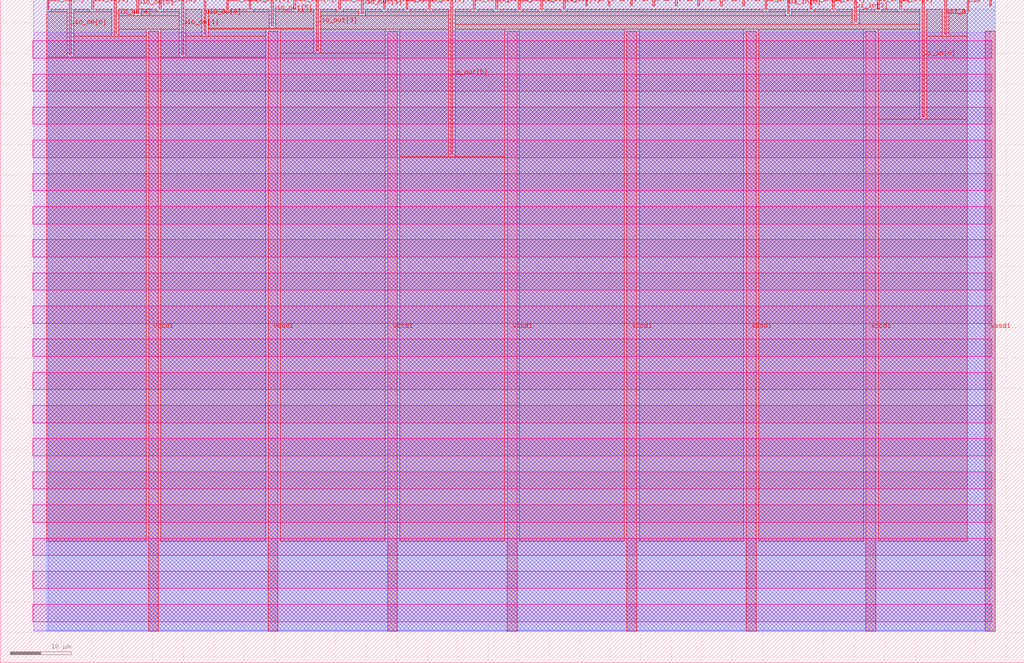
<source format=lef>
VERSION 5.7 ;
  NOWIREEXTENSIONATPIN ON ;
  DIVIDERCHAR "/" ;
  BUSBITCHARS "[]" ;
MACRO tt_um_cam
  CLASS BLOCK ;
  FOREIGN tt_um_cam ;
  ORIGIN 0.000 0.000 ;
  SIZE 167.900 BY 108.800 ;
  PIN clk
    DIRECTION INPUT ;
    USE SIGNAL ;
    PORT
      LAYER met4 ;
        RECT 158.550 106.950 158.850 108.800 ;
    END
  END clk
  PIN ena
    DIRECTION INPUT ;
    USE SIGNAL ;
    PORT
      LAYER met4 ;
        RECT 162.230 107.800 162.530 108.800 ;
    END
  END ena
  PIN rst_n
    DIRECTION INPUT ;
    USE SIGNAL ;
    PORT
      LAYER met4 ;
        RECT 154.870 103.180 155.170 108.800 ;
    END
  END rst_n
  PIN ui_in[0]
    DIRECTION INPUT ;
    USE SIGNAL ;
    PORT
      LAYER met4 ;
        RECT 151.190 89.580 151.490 108.800 ;
    END
  END ui_in[0]
  PIN ui_in[1]
    DIRECTION INPUT ;
    USE SIGNAL ;
    PORT
      LAYER met4 ;
        RECT 147.510 107.260 147.810 108.800 ;
    END
  END ui_in[1]
  PIN ui_in[2]
    DIRECTION INPUT ;
    USE SIGNAL ;
    PORT
      LAYER met4 ;
        RECT 143.830 107.260 144.130 108.800 ;
    END
  END ui_in[2]
  PIN ui_in[3]
    DIRECTION INPUT ;
    USE SIGNAL ;
    PORT
      LAYER met4 ;
        RECT 140.150 105.220 140.450 108.800 ;
    END
  END ui_in[3]
  PIN ui_in[4]
    DIRECTION INPUT ;
    USE SIGNAL ;
    PORT
      LAYER met4 ;
        RECT 136.470 107.260 136.770 108.800 ;
    END
  END ui_in[4]
  PIN ui_in[5]
    DIRECTION INPUT ;
    USE SIGNAL ;
    PORT
      LAYER met4 ;
        RECT 132.790 107.260 133.090 108.800 ;
    END
  END ui_in[5]
  PIN ui_in[6]
    DIRECTION INPUT ;
    USE SIGNAL ;
    PORT
      LAYER met4 ;
        RECT 129.110 106.580 129.410 108.800 ;
    END
  END ui_in[6]
  PIN ui_in[7]
    DIRECTION INPUT ;
    USE SIGNAL ;
    PORT
      LAYER met4 ;
        RECT 125.430 107.260 125.730 108.800 ;
    END
  END ui_in[7]
  PIN uio_in[0]
    DIRECTION INPUT ;
    USE SIGNAL ;
    PORT
      LAYER met4 ;
        RECT 121.750 107.800 122.050 108.800 ;
    END
  END uio_in[0]
  PIN uio_in[1]
    DIRECTION INPUT ;
    USE SIGNAL ;
    PORT
      LAYER met4 ;
        RECT 118.070 107.800 118.370 108.800 ;
    END
  END uio_in[1]
  PIN uio_in[2]
    DIRECTION INPUT ;
    USE SIGNAL ;
    PORT
      LAYER met4 ;
        RECT 114.390 107.800 114.690 108.800 ;
    END
  END uio_in[2]
  PIN uio_in[3]
    DIRECTION INPUT ;
    USE SIGNAL ;
    PORT
      LAYER met4 ;
        RECT 110.710 107.800 111.010 108.800 ;
    END
  END uio_in[3]
  PIN uio_in[4]
    DIRECTION INPUT ;
    USE SIGNAL ;
    PORT
      LAYER met4 ;
        RECT 107.030 107.800 107.330 108.800 ;
    END
  END uio_in[4]
  PIN uio_in[5]
    DIRECTION INPUT ;
    USE SIGNAL ;
    PORT
      LAYER met4 ;
        RECT 103.350 107.800 103.650 108.800 ;
    END
  END uio_in[5]
  PIN uio_in[6]
    DIRECTION INPUT ;
    USE SIGNAL ;
    PORT
      LAYER met4 ;
        RECT 99.670 107.800 99.970 108.800 ;
    END
  END uio_in[6]
  PIN uio_in[7]
    DIRECTION INPUT ;
    USE SIGNAL ;
    PORT
      LAYER met4 ;
        RECT 95.990 107.800 96.290 108.800 ;
    END
  END uio_in[7]
  PIN uio_oe[0]
    DIRECTION OUTPUT TRISTATE ;
    USE SIGNAL ;
    PORT
      LAYER met4 ;
        RECT 33.430 103.180 33.730 108.800 ;
    END
  END uio_oe[0]
  PIN uio_oe[1]
    DIRECTION OUTPUT TRISTATE ;
    USE SIGNAL ;
    PORT
      LAYER met4 ;
        RECT 29.750 99.780 30.050 108.800 ;
    END
  END uio_oe[1]
  PIN uio_oe[2]
    DIRECTION OUTPUT TRISTATE ;
    USE SIGNAL ;
    PORT
      LAYER met4 ;
        RECT 26.070 107.260 26.370 108.800 ;
    END
  END uio_oe[2]
  PIN uio_oe[3]
    DIRECTION OUTPUT TRISTATE ;
    USE SIGNAL ;
    PORT
      LAYER met4 ;
        RECT 22.390 106.580 22.690 108.800 ;
    END
  END uio_oe[3]
  PIN uio_oe[4]
    DIRECTION OUTPUT TRISTATE ;
    USE SIGNAL ;
    PORT
      LAYER met4 ;
        RECT 18.710 103.180 19.010 108.800 ;
    END
  END uio_oe[4]
  PIN uio_oe[5]
    DIRECTION OUTPUT TRISTATE ;
    USE SIGNAL ;
    PORT
      LAYER met4 ;
        RECT 15.030 107.260 15.330 108.800 ;
    END
  END uio_oe[5]
  PIN uio_oe[6]
    DIRECTION OUTPUT TRISTATE ;
    USE SIGNAL ;
    PORT
      LAYER met4 ;
        RECT 11.350 99.780 11.650 108.800 ;
    END
  END uio_oe[6]
  PIN uio_oe[7]
    DIRECTION OUTPUT TRISTATE ;
    USE SIGNAL ;
    PORT
      LAYER met4 ;
        RECT 7.670 107.260 7.970 108.800 ;
    END
  END uio_oe[7]
  PIN uio_out[0]
    DIRECTION OUTPUT TRISTATE ;
    USE SIGNAL ;
    PORT
      LAYER met4 ;
        RECT 62.870 107.260 63.170 108.800 ;
    END
  END uio_out[0]
  PIN uio_out[1]
    DIRECTION OUTPUT TRISTATE ;
    USE SIGNAL ;
    PORT
      LAYER met4 ;
        RECT 59.190 106.580 59.490 108.800 ;
    END
  END uio_out[1]
  PIN uio_out[2]
    DIRECTION OUTPUT TRISTATE ;
    USE SIGNAL ;
    PORT
      LAYER met4 ;
        RECT 55.510 107.260 55.810 108.800 ;
    END
  END uio_out[2]
  PIN uio_out[3]
    DIRECTION OUTPUT TRISTATE ;
    USE SIGNAL ;
    PORT
      LAYER met4 ;
        RECT 51.830 100.460 52.130 108.800 ;
    END
  END uio_out[3]
  PIN uio_out[4]
    DIRECTION OUTPUT TRISTATE ;
    USE SIGNAL ;
    PORT
      LAYER met4 ;
        RECT 48.150 107.260 48.450 108.800 ;
    END
  END uio_out[4]
  PIN uio_out[5]
    DIRECTION OUTPUT TRISTATE ;
    USE SIGNAL ;
    PORT
      LAYER met4 ;
        RECT 44.470 104.540 44.770 108.800 ;
    END
  END uio_out[5]
  PIN uio_out[6]
    DIRECTION OUTPUT TRISTATE ;
    USE SIGNAL ;
    PORT
      LAYER met4 ;
        RECT 40.790 107.260 41.090 108.800 ;
    END
  END uio_out[6]
  PIN uio_out[7]
    DIRECTION OUTPUT TRISTATE ;
    USE SIGNAL ;
    PORT
      LAYER met4 ;
        RECT 37.110 107.260 37.410 108.800 ;
    END
  END uio_out[7]
  PIN uo_out[0]
    DIRECTION OUTPUT TRISTATE ;
    USE SIGNAL ;
    PORT
      LAYER met4 ;
        RECT 92.310 107.260 92.610 108.800 ;
    END
  END uo_out[0]
  PIN uo_out[1]
    DIRECTION OUTPUT TRISTATE ;
    USE SIGNAL ;
    PORT
      LAYER met4 ;
        RECT 88.630 107.260 88.930 108.800 ;
    END
  END uo_out[1]
  PIN uo_out[2]
    DIRECTION OUTPUT TRISTATE ;
    USE SIGNAL ;
    PORT
      LAYER met4 ;
        RECT 84.950 107.260 85.250 108.800 ;
    END
  END uo_out[2]
  PIN uo_out[3]
    DIRECTION OUTPUT TRISTATE ;
    USE SIGNAL ;
    PORT
      LAYER met4 ;
        RECT 81.270 107.260 81.570 108.800 ;
    END
  END uo_out[3]
  PIN uo_out[4]
    DIRECTION OUTPUT TRISTATE ;
    USE SIGNAL ;
    PORT
      LAYER met4 ;
        RECT 77.590 107.260 77.890 108.800 ;
    END
  END uo_out[4]
  PIN uo_out[5]
    DIRECTION OUTPUT TRISTATE ;
    USE SIGNAL ;
    PORT
      LAYER met4 ;
        RECT 73.910 83.460 74.210 108.800 ;
    END
  END uo_out[5]
  PIN uo_out[6]
    DIRECTION OUTPUT TRISTATE ;
    USE SIGNAL ;
    PORT
      LAYER met4 ;
        RECT 70.230 107.260 70.530 108.800 ;
    END
  END uo_out[6]
  PIN uo_out[7]
    DIRECTION OUTPUT TRISTATE ;
    USE SIGNAL ;
    PORT
      LAYER met4 ;
        RECT 66.550 107.260 66.850 108.800 ;
    END
  END uo_out[7]
  PIN vccd1
    DIRECTION INOUT ;
    USE POWER ;
    PORT
      LAYER met4 ;
        RECT 24.325 5.200 25.925 103.600 ;
    END
    PORT
      LAYER met4 ;
        RECT 63.535 5.200 65.135 103.600 ;
    END
    PORT
      LAYER met4 ;
        RECT 102.745 5.200 104.345 103.600 ;
    END
    PORT
      LAYER met4 ;
        RECT 141.955 5.200 143.555 103.600 ;
    END
  END vccd1
  PIN vssd1
    DIRECTION INOUT ;
    USE GROUND ;
    PORT
      LAYER met4 ;
        RECT 43.930 5.200 45.530 103.600 ;
    END
    PORT
      LAYER met4 ;
        RECT 83.140 5.200 84.740 103.600 ;
    END
    PORT
      LAYER met4 ;
        RECT 122.350 5.200 123.950 103.600 ;
    END
    PORT
      LAYER met4 ;
        RECT 161.560 5.200 163.160 103.600 ;
    END
  END vssd1
  OBS
      LAYER nwell ;
        RECT 5.330 99.225 162.570 102.055 ;
        RECT 5.330 93.785 162.570 96.615 ;
        RECT 5.330 88.345 162.570 91.175 ;
        RECT 5.330 82.905 162.570 85.735 ;
        RECT 5.330 77.465 162.570 80.295 ;
        RECT 5.330 72.025 162.570 74.855 ;
        RECT 5.330 66.585 162.570 69.415 ;
        RECT 5.330 61.145 162.570 63.975 ;
        RECT 5.330 55.705 162.570 58.535 ;
        RECT 5.330 50.265 162.570 53.095 ;
        RECT 5.330 44.825 162.570 47.655 ;
        RECT 5.330 39.385 162.570 42.215 ;
        RECT 5.330 33.945 162.570 36.775 ;
        RECT 5.330 28.505 162.570 31.335 ;
        RECT 5.330 23.065 162.570 25.895 ;
        RECT 5.330 17.625 162.570 20.455 ;
        RECT 5.330 12.185 162.570 15.015 ;
        RECT 5.330 6.745 162.570 9.575 ;
      LAYER li1 ;
        RECT 5.520 5.355 162.380 103.445 ;
      LAYER met1 ;
        RECT 5.520 5.200 163.160 108.760 ;
      LAYER met2 ;
        RECT 7.910 5.255 163.130 108.790 ;
      LAYER met3 ;
        RECT 7.630 5.275 163.150 107.265 ;
      LAYER met4 ;
        RECT 8.370 106.860 10.950 107.265 ;
        RECT 7.655 99.380 10.950 106.860 ;
        RECT 12.050 106.860 14.630 107.265 ;
        RECT 15.730 106.860 18.310 107.265 ;
        RECT 12.050 102.780 18.310 106.860 ;
        RECT 19.410 106.180 21.990 107.265 ;
        RECT 23.090 106.860 25.670 107.265 ;
        RECT 26.770 106.860 29.350 107.265 ;
        RECT 23.090 106.180 29.350 106.860 ;
        RECT 19.410 104.000 29.350 106.180 ;
        RECT 19.410 102.780 23.925 104.000 ;
        RECT 12.050 99.380 23.925 102.780 ;
        RECT 7.655 19.895 23.925 99.380 ;
        RECT 26.325 99.380 29.350 104.000 ;
        RECT 30.450 102.780 33.030 107.265 ;
        RECT 34.130 106.860 36.710 107.265 ;
        RECT 37.810 106.860 40.390 107.265 ;
        RECT 41.490 106.860 44.070 107.265 ;
        RECT 34.130 104.140 44.070 106.860 ;
        RECT 45.170 106.860 47.750 107.265 ;
        RECT 48.850 106.860 51.430 107.265 ;
        RECT 45.170 104.140 51.430 106.860 ;
        RECT 34.130 104.000 51.430 104.140 ;
        RECT 34.130 102.780 43.530 104.000 ;
        RECT 30.450 99.380 43.530 102.780 ;
        RECT 26.325 19.895 43.530 99.380 ;
        RECT 45.930 100.060 51.430 104.000 ;
        RECT 52.530 106.860 55.110 107.265 ;
        RECT 56.210 106.860 58.790 107.265 ;
        RECT 52.530 106.180 58.790 106.860 ;
        RECT 59.890 106.860 62.470 107.265 ;
        RECT 63.570 106.860 66.150 107.265 ;
        RECT 67.250 106.860 69.830 107.265 ;
        RECT 70.930 106.860 73.510 107.265 ;
        RECT 59.890 106.180 73.510 106.860 ;
        RECT 52.530 104.000 73.510 106.180 ;
        RECT 52.530 100.060 63.135 104.000 ;
        RECT 45.930 19.895 63.135 100.060 ;
        RECT 65.535 83.060 73.510 104.000 ;
        RECT 74.610 106.860 77.190 107.265 ;
        RECT 78.290 106.860 80.870 107.265 ;
        RECT 81.970 106.860 84.550 107.265 ;
        RECT 85.650 106.860 88.230 107.265 ;
        RECT 89.330 106.860 91.910 107.265 ;
        RECT 93.010 106.860 125.030 107.265 ;
        RECT 126.130 106.860 128.710 107.265 ;
        RECT 74.610 106.180 128.710 106.860 ;
        RECT 129.810 106.860 132.390 107.265 ;
        RECT 133.490 106.860 136.070 107.265 ;
        RECT 137.170 106.860 139.750 107.265 ;
        RECT 129.810 106.180 139.750 106.860 ;
        RECT 74.610 104.820 139.750 106.180 ;
        RECT 140.850 106.860 143.430 107.265 ;
        RECT 144.530 106.860 147.110 107.265 ;
        RECT 148.210 106.860 150.790 107.265 ;
        RECT 140.850 104.820 150.790 106.860 ;
        RECT 74.610 104.000 150.790 104.820 ;
        RECT 74.610 83.060 82.740 104.000 ;
        RECT 65.535 19.895 82.740 83.060 ;
        RECT 85.140 19.895 102.345 104.000 ;
        RECT 104.745 19.895 121.950 104.000 ;
        RECT 124.350 19.895 141.555 104.000 ;
        RECT 143.955 89.180 150.790 104.000 ;
        RECT 151.890 102.780 154.470 107.265 ;
        RECT 155.570 106.550 158.150 107.265 ;
        RECT 155.570 102.780 158.550 106.550 ;
        RECT 151.890 89.180 158.550 102.780 ;
        RECT 143.955 19.895 158.550 89.180 ;
  END
END tt_um_cam
END LIBRARY


</source>
